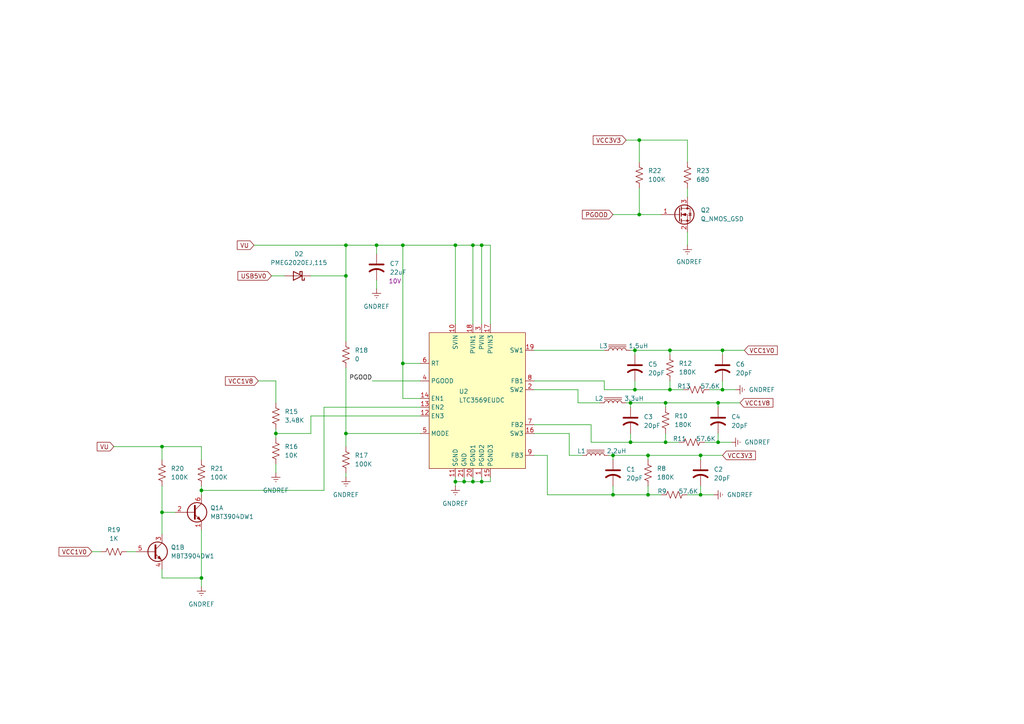
<source format=kicad_sch>
(kicad_sch (version 20250114) (generator "eeschema") (generator_version "9.0")
  (paper "A4")
  (lib_symbols
    (symbol "Device:C_US" (pin_numbers (hide yes)) (pin_names (offset 0.254) (hide yes))
      (property "Reference" "C" (at 0.635 2.54 0))
      (property "Value" "C_US" (at 0.635 -2.54 0))
      (symbol "C_US_0_1"
        (polyline (pts (xy -2.032 0.762) (xy 2.032 0.762)) (stroke (width 0.508)))
        (arc (start -2.032 -1.27) (mid 0 -0.5572) (end 2.032 -1.27) (stroke (width 0.508)))
      )
      (symbol "C_US_1_1"
        (pin passive line (at 0 3.81 270) (length 2.794) (name "~") (number "1"))
        (pin passive line (at 0 -3.81 90) (length 3.302) (name "~") (number "2"))
      )
    )
    (symbol "Device:D_Schottky" (pin_numbers (hide yes)) (pin_names (offset 1.016) (hide yes))
      (property "Reference" "D" (at 0 2.54 0))
      (property "Value" "D_Schottky" (at 0 -2.54 0))
      (symbol "D_Schottky_0_1"
        (polyline (pts (xy -1.905 0.635) (xy -1.905 1.27) (xy -1.27 1.27) (xy -1.27 -1.27) (xy -0.635 -1.27) (xy -0.635 -0.635)) (stroke (width 0.254)))
        (polyline (pts (xy 1.27 1.27) (xy 1.27 -1.27) (xy -1.27 0) (xy 1.27 1.27)) (stroke (width 0.254)))
        (polyline (pts (xy 1.27 0) (xy -1.27 0)))
      )
      (symbol "D_Schottky_1_1"
        (pin passive line (at -3.81 0 0) (length 2.54) (name "K") (number "1"))
        (pin passive line (at 3.81 0 180) (length 2.54) (name "A") (number "2"))
      )
    )
    (symbol "Device:L_Iron" (pin_numbers (hide yes)) (pin_names (offset 1.016) (hide yes))
      (property "Reference" "L" (at -1.27 0 90))
      (property "Value" "L_Iron" (at 2.794 0 90))
      (symbol "L_Iron_0_1"
        (arc (start 0 2.54) (mid 0.6323 1.905) (end 0 1.27))
        (arc (start 0 1.27) (mid 0.6323 0.635) (end 0 0))
        (arc (start 0 0) (mid 0.6323 -0.635) (end 0 -1.27))
        (arc (start 0 -1.27) (mid 0.6323 -1.905) (end 0 -2.54))
        (polyline (pts (xy 1.016 2.54) (xy 1.016 -2.54)))
        (polyline (pts (xy 1.524 -2.54) (xy 1.524 2.54)))
      )
      (symbol "L_Iron_1_1"
        (pin passive line (at 0 3.81 270) (length 1.27) (name "1") (number "1"))
        (pin passive line (at 0 -3.81 90) (length 1.27) (name "2") (number "2"))
      )
    )
    (symbol "Device:R_US" (pin_numbers (hide yes)) (pin_names (offset 0))
      (property "Reference" "R" (at 2.54 0 90))
      (property "Value" "R_US" (at -2.54 0 90))
      (symbol "R_US_0_1"
        (polyline (pts (xy 0 2.286) (xy 0 2.54)))
        (polyline (pts (xy 0 2.286) (xy 1.016 1.905) (xy 0 1.524) (xy -1.016 1.143) (xy 0 0.762)))
        (polyline (pts (xy 0 0.762) (xy 1.016 0.381) (xy 0 0) (xy -1.016 -0.381) (xy 0 -0.762)))
        (polyline (pts (xy 0 -0.762) (xy 1.016 -1.143) (xy 0 -1.524) (xy -1.016 -1.905) (xy 0 -2.286)))
        (polyline (pts (xy 0 -2.286) (xy 0 -2.54)))
      )
      (symbol "R_US_1_1"
        (pin passive line (at 0 3.81 270) (length 1.27) (name "~") (number "1"))
        (pin passive line (at 0 -3.81 90) (length 1.27) (name "~") (number "2"))
      )
    )
    (symbol "Transistor_BJT:MBT3904DW1" (pin_names (offset 0) (hide yes))
      (property "Reference" "Q" (at 5.08 1.27 0))
      (property "Value" "MBT3904DW1" (at 5.08 -1.27 0))
      (symbol "MBT3904DW1_0_1"
        (polyline (pts (xy 0.635 1.905) (xy 0.635 -1.905)) (stroke (width 0.508)))
        (polyline (pts (xy 0.635 0.635) (xy 2.54 2.54)))
        (polyline (pts (xy 0.635 0) (xy -2.54 0)))
        (polyline (pts (xy 0.635 -0.635) (xy 2.54 -2.54)))
        (circle (center 1.27 0) (radius 2.8194) (stroke (width 0.254)))
        (polyline (pts (xy 1.27 -1.778) (xy 1.778 -1.27) (xy 2.286 -2.286) (xy 1.27 -1.778)) (fill (type outline)))
      )
      (symbol "MBT3904DW1_1_1"
        (pin input line (at -5.08 0 0) (length 2.54) (name "B1") (number "2"))
        (pin passive line (at 2.54 5.08 270) (length 2.54) (name "C1") (number "6"))
        (pin passive line (at 2.54 -5.08 90) (length 2.54) (name "E1") (number "1"))
      )
      (symbol "MBT3904DW1_2_1"
        (pin input line (at -5.08 0 0) (length 2.54) (name "B2") (number "5"))
        (pin passive line (at 2.54 5.08 270) (length 2.54) (name "C2") (number "3"))
        (pin passive line (at 2.54 -5.08 90) (length 2.54) (name "E2") (number "4"))
      )
    )
    (symbol "Transistor_FET:Q_NMOS_GSD" (pin_names (offset 0) (hide yes))
      (property "Reference" "Q" (at 5.08 1.905 0))
      (property "Value" "Q_NMOS_GSD" (at 5.08 0 0))
      (symbol "Q_NMOS_GSD_0_1"
        (polyline (pts (xy 0.254 1.905) (xy 0.254 -1.905)) (stroke (width 0.254)))
        (polyline (pts (xy 0.254 0) (xy -2.54 0)))
        (polyline (pts (xy 0.762 2.286) (xy 0.762 1.27)) (stroke (width 0.254)))
        (polyline (pts (xy 0.762 0.508) (xy 0.762 -0.508)) (stroke (width 0.254)))
        (polyline (pts (xy 0.762 -1.27) (xy 0.762 -2.286)) (stroke (width 0.254)))
        (polyline (pts (xy 0.762 -1.778) (xy 3.302 -1.778) (xy 3.302 1.778) (xy 0.762 1.778)))
        (polyline (pts (xy 1.016 0) (xy 2.032 0.381) (xy 2.032 -0.381) (xy 1.016 0)) (fill (type outline)))
        (circle (center 1.651 0) (radius 2.794) (stroke (width 0.254)))
        (polyline (pts (xy 2.54 2.54) (xy 2.54 1.778)))
        (circle (center 2.54 1.778) (radius 0.254) (fill (type outline)))
        (circle (center 2.54 -1.778) (radius 0.254) (fill (type outline)))
        (polyline (pts (xy 2.54 -2.54) (xy 2.54 0) (xy 0.762 0)))
        (polyline (pts (xy 2.921 0.381) (xy 3.683 0.381)))
        (polyline (pts (xy 3.302 0.381) (xy 2.921 -0.254) (xy 3.683 -0.254) (xy 3.302 0.381)))
      )
      (symbol "Q_NMOS_GSD_1_1"
        (pin input line (at -5.08 0 0) (length 2.54) (name "G") (number "1"))
        (pin passive line (at 2.54 5.08 270) (length 2.54) (name "D") (number "3"))
        (pin passive line (at 2.54 -5.08 90) (length 2.54) (name "S") (number "2"))
      )
    )
    (symbol "power:GNDREF" (power) (pin_numbers (hide yes)) (pin_names (offset 0) (hide yes))
      (property "Value" "GNDREF" (at 0 -3.81 0))
      (symbol "GNDREF_0_1"
        (polyline (pts (xy -0.635 -1.905) (xy 0.635 -1.905)))
        (polyline (pts (xy -0.127 -2.54) (xy 0.127 -2.54)))
        (polyline (pts (xy 0 -1.27) (xy 0 0)))
        (polyline (pts (xy 1.27 -1.27) (xy -1.27 -1.27)))
      )
      (symbol "GNDREF_1_1"
        (pin power_in line (at 0 0 270) (length 0) (name "~") (number "1"))
      )
    )
    (symbol "risetRadar:LTC3569EUDC"
      (property "Reference" "U" (at -8.128 -5.842 0))
      (property "Value" "LTC3569EUDC" (at 18.288 -50.038 0))
      (symbol "LTC3569EUDC_1_1"
        (rectangle (start -8.89 -7.62) (end 19.05 -46.99) (fill (type background)))
        (pin passive line (at -11.43 -16.51 0) (length 2.54) (name "RT") (number "6"))
        (pin passive line (at -11.43 -21.59 0) (length 2.54) (name "PGOOD") (number "4"))
        (pin passive line (at -11.43 -26.67 0) (length 2.54) (name "EN1") (number "14"))
        (pin passive line (at -11.43 -29.21 0) (length 2.54) (name "EN2") (number "13"))
        (pin passive line (at -11.43 -31.75 0) (length 2.54) (name "EN3") (number "12"))
        (pin passive line (at -11.43 -36.83 0) (length 2.54) (name "MODE") (number "5"))
        (pin passive line (at -1.27 -5.08 270) (length 2.54) (name "SVIN") (number "10"))
        (pin passive line (at -1.27 -49.53 90) (length 2.54) (name "SGND") (number "11"))
        (pin passive line (at 1.27 -49.53 90) (length 2.54) (name "GND") (number "21"))
        (pin passive line (at 3.81 -5.08 270) (length 2.54) (name "PVIN1") (number "18"))
        (pin passive line (at 3.81 -49.53 90) (length 2.54) (name "PGND1") (number "20"))
        (pin passive line (at 6.35 -5.08 270) (length 2.54) (name "PVIN") (number "3"))
        (pin passive line (at 6.35 -49.53 90) (length 2.54) (name "PGND2") (number "1"))
        (pin passive line (at 8.89 -5.08 270) (length 2.54) (name "PVIN3") (number "17"))
        (pin passive line (at 8.89 -49.53 90) (length 2.54) (name "PGND3") (number "15"))
        (pin passive line (at 21.59 -12.7 180) (length 2.54) (name "SW1") (number "19"))
        (pin passive line (at 21.59 -21.59 180) (length 2.54) (name "FB1") (number "8"))
        (pin passive line (at 21.59 -24.13 180) (length 2.54) (name "SW2") (number "2"))
        (pin passive line (at 21.59 -34.29 180) (length 2.54) (name "FB2") (number "7"))
        (pin passive line (at 21.59 -36.83 180) (length 2.54) (name "SW3") (number "16"))
        (pin passive line (at 21.59 -43.18 180) (length 2.54) (name "FB3") (number "9"))
      )
    )
  )
  (junction (at 139.7 71.12))
  (junction (at 182.88 116.84))
  (junction (at 137.16 71.12))
  (junction (at 194.31 113.03))
  (junction (at 185.42 62.23))
  (junction (at 184.15 101.6))
  (junction (at 116.84 105.41))
  (junction (at 46.99 148.59))
  (junction (at 58.42 167.64))
  (junction (at 187.96 143.51))
  (junction (at 132.08 139.7))
  (junction (at 134.62 139.7))
  (junction (at 100.33 71.12))
  (junction (at 208.28 116.84))
  (junction (at 193.04 116.84))
  (junction (at 139.7 139.7))
  (junction (at 209.55 101.6))
  (junction (at 203.2 143.51))
  (junction (at 209.55 113.03))
  (junction (at 137.16 139.7))
  (junction (at 177.8 143.51))
  (junction (at 46.99 129.54))
  (junction (at 203.2 132.08))
  (junction (at 184.15 113.03))
  (junction (at 208.28 128.27))
  (junction (at 194.31 101.6))
  (junction (at 132.08 71.12))
  (junction (at 100.33 80.01))
  (junction (at 177.8 132.08))
  (junction (at 193.04 128.27))
  (junction (at 185.42 40.64))
  (junction (at 187.96 132.08))
  (junction (at 100.33 125.73))
  (junction (at 116.84 71.12))
  (junction (at 80.01 125.73))
  (junction (at 182.88 128.27))
  (junction (at 109.22 71.12))
  (junction (at 58.42 142.24))
  (wire (pts (xy 137.16 138.43) (xy 137.16 139.7)))
  (wire (pts (xy 208.28 116.84) (xy 193.04 116.84)))
  (wire (pts (xy 132.08 71.12) (xy 132.08 93.98)))
  (wire (pts (xy 137.16 71.12) (xy 139.7 71.12)))
  (wire (pts (xy 194.31 102.87) (xy 194.31 101.6)))
  (wire (pts (xy 193.04 128.27) (xy 196.85 128.27)))
  (wire (pts (xy 26.67 160.02) (xy 29.21 160.02)))
  (wire (pts (xy 137.16 71.12) (xy 137.16 93.98)))
  (wire (pts (xy 134.62 138.43) (xy 134.62 139.7)))
  (wire (pts (xy 182.88 128.27) (xy 182.88 125.73)))
  (wire (pts (xy 116.84 105.41) (xy 116.84 71.12)))
  (wire (pts (xy 33.02 129.54) (xy 46.99 129.54)))
  (wire (pts (xy 100.33 71.12) (xy 109.22 71.12)))
  (wire (pts (xy 177.8 143.51) (xy 177.8 140.97)))
  (wire (pts (xy 109.22 71.12) (xy 116.84 71.12)))
  (wire (pts (xy 208.28 116.84) (xy 214.63 116.84)))
  (wire (pts (xy 199.39 54.61) (xy 199.39 57.15)))
  (wire (pts (xy 208.28 125.73) (xy 208.28 128.27)))
  (wire (pts (xy 139.7 138.43) (xy 139.7 139.7)))
  (wire (pts (xy 46.99 140.97) (xy 46.99 148.59)))
  (wire (pts (xy 167.64 116.84) (xy 167.64 113.03)))
  (wire (pts (xy 177.8 62.23) (xy 185.42 62.23)))
  (wire (pts (xy 58.42 170.18) (xy 58.42 167.64)))
  (wire (pts (xy 173.99 116.84) (xy 167.64 116.84)))
  (wire (pts (xy 137.16 139.7) (xy 134.62 139.7)))
  (wire (pts (xy 100.33 129.54) (xy 100.33 125.73)))
  (wire (pts (xy 209.55 113.03) (xy 205.74 113.03)))
  (wire (pts (xy 158.75 132.08) (xy 158.75 143.51)))
  (wire (pts (xy 142.24 93.98) (xy 142.24 71.12)))
  (wire (pts (xy 93.98 118.11) (xy 121.92 118.11)))
  (wire (pts (xy 154.94 132.08) (xy 158.75 132.08)))
  (wire (pts (xy 207.01 143.51) (xy 203.2 143.51)))
  (wire (pts (xy 121.92 120.65) (xy 90.17 120.65)))
  (wire (pts (xy 187.96 133.35) (xy 187.96 132.08)))
  (wire (pts (xy 100.33 80.01) (xy 100.33 99.06)))
  (wire (pts (xy 187.96 140.97) (xy 187.96 143.51)))
  (wire (pts (xy 176.53 132.08) (xy 177.8 132.08)))
  (wire (pts (xy 177.8 132.08) (xy 177.8 133.35)))
  (wire (pts (xy 80.01 134.62) (xy 80.01 137.16)))
  (wire (pts (xy 184.15 113.03) (xy 184.15 110.49)))
  (wire (pts (xy 167.64 113.03) (xy 154.94 113.03)))
  (wire (pts (xy 154.94 125.73) (xy 165.1 125.73)))
  (wire (pts (xy 139.7 139.7) (xy 137.16 139.7)))
  (wire (pts (xy 185.42 54.61) (xy 185.42 62.23)))
  (wire (pts (xy 142.24 139.7) (xy 139.7 139.7)))
  (wire (pts (xy 109.22 81.28) (xy 109.22 83.82)))
  (wire (pts (xy 203.2 143.51) (xy 199.39 143.51)))
  (wire (pts (xy 107.95 110.49) (xy 121.92 110.49)))
  (wire (pts (xy 193.04 128.27) (xy 182.88 128.27)))
  (wire (pts (xy 203.2 140.97) (xy 203.2 143.51)))
  (wire (pts (xy 203.2 133.35) (xy 203.2 132.08)))
  (wire (pts (xy 175.26 110.49) (xy 175.26 113.03)))
  (wire (pts (xy 181.61 40.64) (xy 185.42 40.64)))
  (wire (pts (xy 175.26 113.03) (xy 184.15 113.03)))
  (wire (pts (xy 100.33 106.68) (xy 100.33 125.73)))
  (wire (pts (xy 139.7 71.12) (xy 142.24 71.12)))
  (wire (pts (xy 209.55 102.87) (xy 209.55 101.6)))
  (wire (pts (xy 80.01 125.73) (xy 80.01 127)))
  (wire (pts (xy 58.42 129.54) (xy 58.42 133.35)))
  (wire (pts (xy 132.08 139.7) (xy 132.08 140.97)))
  (wire (pts (xy 100.33 71.12) (xy 100.33 80.01)))
  (wire (pts (xy 58.42 167.64) (xy 46.99 167.64)))
  (wire (pts (xy 46.99 148.59) (xy 46.99 154.94)))
  (wire (pts (xy 187.96 143.51) (xy 191.77 143.51)))
  (wire (pts (xy 139.7 71.12) (xy 139.7 93.98)))
  (wire (pts (xy 46.99 129.54) (xy 58.42 129.54)))
  (wire (pts (xy 90.17 120.65) (xy 90.17 125.73)))
  (wire (pts (xy 142.24 138.43) (xy 142.24 139.7)))
  (wire (pts (xy 193.04 116.84) (xy 182.88 116.84)))
  (wire (pts (xy 213.36 113.03) (xy 209.55 113.03)))
  (wire (pts (xy 208.28 128.27) (xy 204.47 128.27)))
  (wire (pts (xy 203.2 132.08) (xy 209.55 132.08)))
  (wire (pts (xy 36.83 160.02) (xy 39.37 160.02)))
  (wire (pts (xy 182.88 101.6) (xy 184.15 101.6)))
  (wire (pts (xy 184.15 101.6) (xy 184.15 102.87)))
  (wire (pts (xy 100.33 137.16) (xy 100.33 138.43)))
  (wire (pts (xy 171.45 123.19) (xy 154.94 123.19)))
  (wire (pts (xy 193.04 125.73) (xy 193.04 128.27)))
  (wire (pts (xy 171.45 128.27) (xy 182.88 128.27)))
  (wire (pts (xy 187.96 143.51) (xy 177.8 143.51)))
  (wire (pts (xy 194.31 101.6) (xy 184.15 101.6)))
  (wire (pts (xy 165.1 125.73) (xy 165.1 132.08)))
  (wire (pts (xy 158.75 143.51) (xy 177.8 143.51)))
  (wire (pts (xy 209.55 110.49) (xy 209.55 113.03)))
  (wire (pts (xy 209.55 101.6) (xy 194.31 101.6)))
  (wire (pts (xy 132.08 138.43) (xy 132.08 139.7)))
  (wire (pts (xy 90.17 80.01) (xy 100.33 80.01)))
  (wire (pts (xy 90.17 125.73) (xy 80.01 125.73)))
  (wire (pts (xy 93.98 142.24) (xy 93.98 118.11)))
  (wire (pts (xy 58.42 142.24) (xy 58.42 143.51)))
  (wire (pts (xy 116.84 115.57) (xy 116.84 105.41)))
  (wire (pts (xy 58.42 140.97) (xy 58.42 142.24)))
  (wire (pts (xy 116.84 71.12) (xy 132.08 71.12)))
  (wire (pts (xy 134.62 139.7) (xy 132.08 139.7)))
  (wire (pts (xy 193.04 118.11) (xy 193.04 116.84)))
  (wire (pts (xy 199.39 40.64) (xy 199.39 46.99)))
  (wire (pts (xy 132.08 71.12) (xy 137.16 71.12)))
  (wire (pts (xy 185.42 40.64) (xy 185.42 46.99)))
  (wire (pts (xy 185.42 40.64) (xy 199.39 40.64)))
  (wire (pts (xy 46.99 148.59) (xy 50.8 148.59)))
  (wire (pts (xy 46.99 129.54) (xy 46.99 133.35)))
  (wire (pts (xy 181.61 116.84) (xy 182.88 116.84)))
  (wire (pts (xy 185.42 62.23) (xy 191.77 62.23)))
  (wire (pts (xy 80.01 110.49) (xy 80.01 116.84)))
  (wire (pts (xy 121.92 115.57) (xy 116.84 115.57)))
  (wire (pts (xy 212.09 128.27) (xy 208.28 128.27)))
  (wire (pts (xy 209.55 101.6) (xy 215.9 101.6)))
  (wire (pts (xy 58.42 142.24) (xy 93.98 142.24)))
  (wire (pts (xy 109.22 71.12) (xy 109.22 73.66)))
  (wire (pts (xy 58.42 153.67) (xy 58.42 167.64)))
  (wire (pts (xy 194.31 110.49) (xy 194.31 113.03)))
  (wire (pts (xy 194.31 113.03) (xy 198.12 113.03)))
  (wire (pts (xy 100.33 125.73) (xy 121.92 125.73)))
  (wire (pts (xy 78.74 80.01) (xy 82.55 80.01)))
  (wire (pts (xy 73.66 71.12) (xy 100.33 71.12)))
  (wire (pts (xy 154.94 110.49) (xy 175.26 110.49)))
  (wire (pts (xy 208.28 118.11) (xy 208.28 116.84)))
  (wire (pts (xy 199.39 67.31) (xy 199.39 71.12)))
  (wire (pts (xy 165.1 132.08) (xy 168.91 132.08)))
  (wire (pts (xy 203.2 132.08) (xy 187.96 132.08)))
  (wire (pts (xy 116.84 105.41) (xy 121.92 105.41)))
  (wire (pts (xy 46.99 167.64) (xy 46.99 165.1)))
  (wire (pts (xy 154.94 101.6) (xy 175.26 101.6)))
  (wire (pts (xy 74.93 110.49) (xy 80.01 110.49)))
  (wire (pts (xy 182.88 116.84) (xy 182.88 118.11)))
  (wire (pts (xy 194.31 113.03) (xy 184.15 113.03)))
  (wire (pts (xy 80.01 124.46) (xy 80.01 125.73)))
  (wire (pts (xy 171.45 128.27) (xy 171.45 123.19)))
  (wire (pts (xy 187.96 132.08) (xy 177.8 132.08)))
  (label "PGOOD" (at 107.95 110.49 180))
  (global_label "VCC3V3" (shape input) (at 181.61 40.64 180) (property "Intersheetrefs" "${INTERSHEET_REFS}" (effects (hide yes))))
  (global_label "USB5V0" (shape input) (at 78.74 80.01 180) (property "Intersheetrefs" "${INTERSHEET_REFS}" (effects (hide yes))))
  (global_label "VCC1V0" (shape input) (at 26.67 160.02 180) (property "Intersheetrefs" "${INTERSHEET_REFS}" (effects (hide yes))))
  (global_label "PGOOD" (shape input) (at 177.8 62.23 180) (property "Intersheetrefs" "${INTERSHEET_REFS}" (effects (hide yes))))
  (global_label "VCC1V0" (shape input) (at 215.9 101.6 0) (property "Intersheetrefs" "${INTERSHEET_REFS}" (effects (hide yes))))
  (global_label "VU" (shape input) (at 73.66 71.12 180) (property "Intersheetrefs" "${INTERSHEET_REFS}" (effects (hide yes))))
  (global_label "VU" (shape input) (at 33.02 129.54 180) (property "Intersheetrefs" "${INTERSHEET_REFS}" (effects (hide yes))))
  (global_label "VCC1V8" (shape input) (at 74.93 110.49 180) (property "Intersheetrefs" "${INTERSHEET_REFS}" (effects (hide yes))))
  (global_label "VCC3V3" (shape input) (at 209.55 132.08 0) (property "Intersheetrefs" "${INTERSHEET_REFS}" (effects (hide yes))))
  (global_label "VCC1V8" (shape input) (at 214.63 116.84 0) (property "Intersheetrefs" "${INTERSHEET_REFS}" (effects (hide yes))))
  (symbol (lib_id "Device:R_US") (at 187.96 137.16 0) (unit 1)
    (property "Reference" "R8" (at 190.5 135.8899 0) (effects (justify left)))
    (property "Value" "180K" (at 190.5 138.4299 0) (effects (justify left)))
    (property "Footprint" "Resistor_SMD:R_0201_0603Metric" (effects (hide yes)))
    (property "Description" "Resistor, US symbol" (effects (hide yes)))
  )
  (symbol (lib_id "Device:R_US") (at 200.66 128.27 90) (unit 1)
    (property "Reference" "R11" (at 197.104 127.254 90))
    (property "Value" "57.6K" (at 204.724 127.254 90))
    (property "Footprint" "Resistor_SMD:R_0201_0603Metric" (effects (hide yes)))
    (property "Description" "Resistor, US symbol" (effects (hide yes)))
  )
  (symbol (lib_id "Transistor_BJT:MBT3904DW1") (at 55.88 148.59 0) (unit 1)
    (property "Reference" "Q1" (at 60.96 147.3199 0) (effects (justify left)))
    (property "Value" "MBT3904DW1" (at 60.96 149.8599 0) (effects (justify left)))
    (property "Footprint" "Package_TO_SOT_SMD:SOT-363_SC-70-6" (effects (hide yes)))
    (property "Datasheet" "http://www.onsemi.com/pub_link/Collateral/MBT3904DW1T1-D.PDF" (effects (hide yes)))
    (property "Description" "200mA IC, 40V Vce, Dual NPN/NPN Transistors, SOT-363" (effects (hide yes)))
  )
  (symbol (lib_id "Device:C_US") (at 177.8 137.16 0) (unit 1)
    (property "Reference" "C1" (at 181.61 136.1439 0) (effects (justify left)))
    (property "Value" "20pF" (at 181.61 138.6839 0) (effects (justify left)))
    (property "Footprint" "Capacitor_SMD:C_0201_0603Metric" (effects (hide yes)))
    (property "Description" "capacitor, US symbol" (effects (hide yes)))
  )
  (symbol (lib_id "Device:R_US") (at 80.01 130.81 0) (unit 1)
    (property "Reference" "R16" (at 82.55 129.5399 0) (effects (justify left)))
    (property "Value" "10K" (at 82.55 132.0799 0) (effects (justify left)))
    (property "Footprint" "Resistor_SMD:R_0201_0603Metric" (effects (hide yes)))
    (property "Description" "Resistor, US symbol" (effects (hide yes)))
  )
  (symbol (lib_id "Device:C_US") (at 208.28 121.92 0) (unit 1)
    (property "Reference" "C4" (at 212.09 120.9039 0) (effects (justify left)))
    (property "Value" "20pF" (at 212.09 123.4439 0) (effects (justify left)))
    (property "Footprint" "Capacitor_SMD:C_0201_0603Metric" (effects (hide yes)))
    (property "Description" "capacitor, US symbol" (effects (hide yes)))
  )
  (symbol (lib_id "Device:C_US") (at 109.22 77.47 0) (unit 1)
    (property "Reference" "C7" (at 113.03 76.4539 0) (effects (justify left)))
    (property "Value" "22uF" (at 113.03 78.9939 0) (effects (justify left)))
    (property "Footprint" "Capacitor_SMD:C_0402_1005Metric" (effects (hide yes)))
    (property "Description" "capacitor, US symbol" (effects (hide yes)))
    (property "Voltage Rating" "10V" (at 114.554 81.534 0))
  )
  (symbol (lib_id "Transistor_FET:Q_NMOS_GSD") (at 196.85 62.23 0) (unit 1)
    (property "Reference" "Q2" (at 203.2 60.9599 0) (effects (justify left)))
    (property "Value" "Q_NMOS_GSD" (at 203.2 63.4999 0) (effects (justify left)))
    (property "Description" "N-MOSFET transistor, gate/source/drain" (effects (hide yes)))
  )
  (symbol (lib_id "Device:L_Iron") (at 172.72 132.08 90) (unit 1)
    (property "Reference" "L1" (at 168.656 130.81 90))
    (property "Value" "2.2uH" (at 178.816 130.81 90))
    (property "Description" "Inductor with iron core" (effects (hide yes)))
  )
  (symbol (lib_id "Device:R_US") (at 100.33 133.35 0) (unit 1)
    (property "Reference" "R17" (at 102.87 132.0799 0) (effects (justify left)))
    (property "Value" "100K" (at 102.87 134.6199 0) (effects (justify left)))
    (property "Footprint" "Resistor_SMD:R_0201_0603Metric" (effects (hide yes)))
    (property "Description" "Resistor, US symbol" (effects (hide yes)))
  )
  (symbol (lib_id "Device:R_US") (at 100.33 102.87 0) (unit 1)
    (property "Reference" "R18" (at 102.87 101.5999 0) (effects (justify left)))
    (property "Value" "0" (at 102.87 104.1399 0) (effects (justify left)))
    (property "Footprint" "Resistor_SMD:R_0201_0603Metric" (effects (hide yes)))
    (property "Description" "Resistor, US symbol" (effects (hide yes)))
  )
  (symbol (lib_id "Device:R_US") (at 185.42 50.8 0) (unit 1)
    (property "Reference" "R22" (at 187.96 49.5299 0) (effects (justify left)))
    (property "Value" "100K" (at 187.96 52.0699 0) (effects (justify left)))
    (property "Footprint" "Resistor_SMD:R_0201_0603Metric" (effects (hide yes)))
    (property "Description" "Resistor, US symbol" (effects (hide yes)))
  )
  (symbol (lib_id "power:GNDREF") (at 212.09 128.27 90) (unit 1)
    (property "Reference" "#PWR07" (effects (hide yes)))
    (property "Value" "GNDREF" (at 219.71 128.27 90))
    (property "Description" "Power symbol creates a global label with name \"GNDREF\" , reference supply ground" (effects (hide yes)))
  )
  (symbol (lib_id "power:GNDREF") (at 109.22 83.82 0) (unit 1)
    (property "Reference" "#PWR09" (effects (hide yes)))
    (property "Value" "GNDREF" (at 109.22 88.9 0))
    (property "Description" "Power symbol creates a global label with name \"GNDREF\" , reference supply ground" (effects (hide yes)))
  )
  (symbol (lib_id "Device:D_Schottky") (at 86.36 80.01 180) (unit 1)
    (property "Reference" "D2" (at 86.6775 73.66 0))
    (property "Value" "PMEG2020EJ,115" (at 86.6775 76.2 0))
    (property "Description" "Schottky diode" (effects (hide yes)))
  )
  (symbol (lib_id "Device:R_US") (at 33.02 160.02 90) (unit 1)
    (property "Reference" "R19" (at 33.02 153.67 90))
    (property "Value" "1K" (at 33.02 156.21 90))
    (property "Footprint" "Resistor_SMD:R_0201_0603Metric" (effects (hide yes)))
    (property "Description" "Resistor, US symbol" (effects (hide yes)))
  )
  (symbol (lib_id "Device:R_US") (at 194.31 106.68 0) (unit 1)
    (property "Reference" "R12" (at 196.85 105.4099 0) (effects (justify left)))
    (property "Value" "180K" (at 196.85 107.9499 0) (effects (justify left)))
    (property "Footprint" "Resistor_SMD:R_0201_0603Metric" (effects (hide yes)))
    (property "Description" "Resistor, US symbol" (effects (hide yes)))
  )
  (symbol (lib_id "Device:R_US") (at 193.04 121.92 0) (unit 1)
    (property "Reference" "R10" (at 195.58 120.6499 0) (effects (justify left)))
    (property "Value" "180K" (at 195.58 123.1899 0) (effects (justify left)))
    (property "Footprint" "Resistor_SMD:R_0201_0603Metric" (effects (hide yes)))
    (property "Description" "Resistor, US symbol" (effects (hide yes)))
  )
  (symbol (lib_id "power:GNDREF") (at 132.08 140.97 0) (unit 1)
    (property "Reference" "#PWR05" (effects (hide yes)))
    (property "Value" "GNDREF" (at 132.08 146.05 0))
    (property "Description" "Power symbol creates a global label with name \"GNDREF\" , reference supply ground" (effects (hide yes)))
  )
  (symbol (lib_id "Device:R_US") (at 46.99 137.16 0) (unit 1)
    (property "Reference" "R20" (at 49.53 135.8899 0) (effects (justify left)))
    (property "Value" "100K" (at 49.53 138.4299 0) (effects (justify left)))
    (property "Footprint" "Resistor_SMD:R_0201_0603Metric" (effects (hide yes)))
    (property "Description" "Resistor, US symbol" (effects (hide yes)))
  )
  (symbol (lib_id "power:GNDREF") (at 207.01 143.51 90) (unit 1)
    (property "Reference" "#PWR06" (effects (hide yes)))
    (property "Value" "GNDREF" (at 214.63 143.51 90))
    (property "Description" "Power symbol creates a global label with name \"GNDREF\" , reference supply ground" (effects (hide yes)))
  )
  (symbol (lib_id "Device:C_US") (at 209.55 106.68 0) (unit 1)
    (property "Reference" "C6" (at 213.36 105.6639 0) (effects (justify left)))
    (property "Value" "20pF" (at 213.36 108.2039 0) (effects (justify left)))
    (property "Footprint" "Capacitor_SMD:C_0201_0603Metric" (effects (hide yes)))
    (property "Description" "capacitor, US symbol" (effects (hide yes)))
  )
  (symbol (lib_id "Device:R_US") (at 80.01 120.65 0) (unit 1)
    (property "Reference" "R15" (at 82.55 119.3799 0) (effects (justify left)))
    (property "Value" "3.48K" (at 82.55 121.9199 0) (effects (justify left)))
    (property "Footprint" "Resistor_SMD:R_0201_0603Metric" (effects (hide yes)))
    (property "Description" "Resistor, US symbol" (effects (hide yes)))
  )
  (symbol (lib_id "power:GNDREF") (at 80.01 137.16 0) (unit 1)
    (property "Reference" "#PWR016" (effects (hide yes)))
    (property "Value" "GNDREF" (at 80.01 142.24 0))
    (property "Description" "Power symbol creates a global label with name \"GNDREF\" , reference supply ground" (effects (hide yes)))
  )
  (symbol (lib_id "Device:R_US") (at 199.39 50.8 0) (unit 1)
    (property "Reference" "R23" (at 201.93 49.5299 0) (effects (justify left)))
    (property "Value" "680" (at 201.93 52.0699 0) (effects (justify left)))
    (property "Footprint" "Resistor_SMD:R_0201_0603Metric" (effects (hide yes)))
    (property "Description" "Resistor, US symbol" (effects (hide yes)))
  )
  (symbol (lib_id "risetRadar:LTC3569EUDC") (at 133.35 88.9 0) (unit 1)
    (property "Reference" "U2" (at 133.096 113.538 0) (effects (justify left)))
    (property "Value" "LTC3569EUDC" (at 133.096 116.078 0) (effects (justify left)))
    (property "Footprint" "RadarFootprints:QFN-20_UDC_LIT" (effects (hide yes)))
  )
  (symbol (lib_id "Device:R_US") (at 201.93 113.03 90) (unit 1)
    (property "Reference" "R13" (at 198.374 112.014 90))
    (property "Value" "57.6K" (at 205.994 112.014 90))
    (property "Footprint" "Resistor_SMD:R_0201_0603Metric" (effects (hide yes)))
    (property "Description" "Resistor, US symbol" (effects (hide yes)))
  )
  (symbol (lib_id "Device:L_Iron") (at 177.8 116.84 90) (unit 1)
    (property "Reference" "L2" (at 173.736 115.57 90))
    (property "Value" "3.3uH" (at 183.896 115.57 90))
    (property "Description" "Inductor with iron core" (effects (hide yes)))
  )
  (symbol (lib_id "Device:C_US") (at 182.88 121.92 0) (unit 1)
    (property "Reference" "C3" (at 186.69 120.9039 0) (effects (justify left)))
    (property "Value" "20pF" (at 186.69 123.4439 0) (effects (justify left)))
    (property "Footprint" "Capacitor_SMD:C_0201_0603Metric" (effects (hide yes)))
    (property "Description" "capacitor, US symbol" (effects (hide yes)))
  )
  (symbol (lib_id "power:GNDREF") (at 213.36 113.03 90) (unit 1)
    (property "Reference" "#PWR08" (effects (hide yes)))
    (property "Value" "GNDREF" (at 220.98 113.03 90))
    (property "Description" "Power symbol creates a global label with name \"GNDREF\" , reference supply ground" (effects (hide yes)))
  )
  (symbol (lib_id "power:GNDREF") (at 199.39 71.12 0) (unit 1)
    (property "Reference" "#PWR022" (effects (hide yes)))
    (property "Value" "GNDREF" (at 199.898 75.946 0))
    (property "Description" "Power symbol creates a global label with name \"GNDREF\" , reference supply ground" (effects (hide yes)))
  )
  (symbol (lib_id "Transistor_BJT:MBT3904DW1") (at 44.45 160.02 0) (unit 2)
    (property "Reference" "Q1" (at 49.53 158.7499 0) (effects (justify left)))
    (property "Value" "MBT3904DW1" (at 49.53 161.2899 0) (effects (justify left)))
    (property "Footprint" "Package_TO_SOT_SMD:SOT-363_SC-70-6" (effects (hide yes)))
    (property "Datasheet" "http://www.onsemi.com/pub_link/Collateral/MBT3904DW1T1-D.PDF" (effects (hide yes)))
    (property "Description" "200mA IC, 40V Vce, Dual NPN/NPN Transistors, SOT-363" (effects (hide yes)))
  )
  (symbol (lib_id "power:GNDREF") (at 58.42 170.18 0) (unit 1)
    (property "Reference" "#PWR021" (effects (hide yes)))
    (property "Value" "GNDREF" (at 58.42 175.26 0))
    (property "Description" "Power symbol creates a global label with name \"GNDREF\" , reference supply ground" (effects (hide yes)))
  )
  (symbol (lib_id "power:GNDREF") (at 100.33 138.43 0) (unit 1)
    (property "Reference" "#PWR020" (effects (hide yes)))
    (property "Value" "GNDREF" (at 100.33 143.51 0))
    (property "Description" "Power symbol creates a global label with name \"GNDREF\" , reference supply ground" (effects (hide yes)))
  )
  (symbol (lib_id "Device:C_US") (at 203.2 137.16 0) (unit 1)
    (property "Reference" "C2" (at 207.01 136.1439 0) (effects (justify left)))
    (property "Value" "20pF" (at 207.01 138.6839 0) (effects (justify left)))
    (property "Footprint" "Capacitor_SMD:C_0201_0603Metric" (effects (hide yes)))
    (property "Description" "capacitor, US symbol" (effects (hide yes)))
  )
  (symbol (lib_id "Device:R_US") (at 58.42 137.16 0) (unit 1)
    (property "Reference" "R21" (at 60.96 135.8899 0) (effects (justify left)))
    (property "Value" "100K" (at 60.96 138.4299 0) (effects (justify left)))
    (property "Footprint" "Resistor_SMD:R_0201_0603Metric" (effects (hide yes)))
    (property "Description" "Resistor, US symbol" (effects (hide yes)))
  )
  (symbol (lib_id "Device:C_US") (at 184.15 106.68 0) (unit 1)
    (property "Reference" "C5" (at 187.96 105.6639 0) (effects (justify left)))
    (property "Value" "20pF" (at 187.96 108.2039 0) (effects (justify left)))
    (property "Footprint" "Capacitor_SMD:C_0201_0603Metric" (effects (hide yes)))
    (property "Description" "capacitor, US symbol" (effects (hide yes)))
  )
  (symbol (lib_id "Device:R_US") (at 195.58 143.51 90) (unit 1)
    (property "Reference" "R9" (at 192.024 142.494 90))
    (property "Value" "57.6K" (at 199.644 142.494 90))
    (property "Footprint" "Resistor_SMD:R_0201_0603Metric" (effects (hide yes)))
    (property "Description" "Resistor, US symbol" (effects (hide yes)))
  )
  (symbol (lib_id "Device:L_Iron") (at 179.07 101.6 90) (unit 1)
    (property "Reference" "L3" (at 175.006 100.33 90))
    (property "Value" "1.5uH" (at 185.166 100.33 90))
    (property "Description" "Inductor with iron core" (effects (hide yes)))
  )
)
</source>
